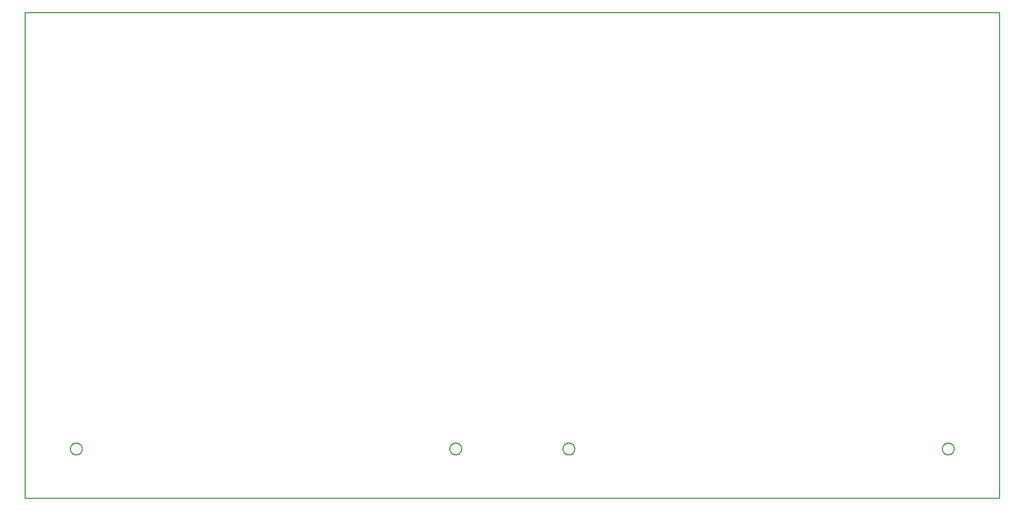
<source format=gbr>
G04 EAGLE Gerber RS-274X export*
G75*
%MOMM*%
%FSLAX34Y34*%
%LPD*%
%IN*%
%IPPOS*%
%AMOC8*
5,1,8,0,0,1.08239X$1,22.5*%
G01*
%ADD10C,0.254000*%


D10*
X0Y0D02*
X2311200Y0D01*
X2311200Y1152400D01*
X0Y1152400D01*
X0Y0D01*
X1021000Y103378D02*
X1020005Y103449D01*
X1019017Y103591D01*
X1018042Y103803D01*
X1017084Y104084D01*
X1016150Y104433D01*
X1015242Y104848D01*
X1014366Y105326D01*
X1013527Y105865D01*
X1012728Y106463D01*
X1011974Y107117D01*
X1011268Y107823D01*
X1010614Y108577D01*
X1010016Y109376D01*
X1009477Y110215D01*
X1008999Y111091D01*
X1008584Y111999D01*
X1008235Y112933D01*
X1007954Y113891D01*
X1007742Y114866D01*
X1007600Y115854D01*
X1007529Y116849D01*
X1007529Y117847D01*
X1007600Y118842D01*
X1007742Y119830D01*
X1007954Y120805D01*
X1008235Y121763D01*
X1008584Y122698D01*
X1008999Y123605D01*
X1009477Y124481D01*
X1010016Y125321D01*
X1010614Y126119D01*
X1011268Y126873D01*
X1011974Y127579D01*
X1012728Y128233D01*
X1013527Y128831D01*
X1014366Y129370D01*
X1015242Y129848D01*
X1016150Y130263D01*
X1017084Y130612D01*
X1018042Y130893D01*
X1019017Y131105D01*
X1020005Y131247D01*
X1021000Y131318D01*
X1021998Y131318D01*
X1022993Y131247D01*
X1023981Y131105D01*
X1024956Y130893D01*
X1025914Y130612D01*
X1026849Y130263D01*
X1027756Y129848D01*
X1028632Y129370D01*
X1029472Y128831D01*
X1030270Y128233D01*
X1031024Y127579D01*
X1031730Y126873D01*
X1032384Y126119D01*
X1032982Y125321D01*
X1033521Y124481D01*
X1033999Y123605D01*
X1034414Y122698D01*
X1034763Y121763D01*
X1035044Y120805D01*
X1035256Y119830D01*
X1035398Y118842D01*
X1035469Y117847D01*
X1035469Y116849D01*
X1035398Y115854D01*
X1035256Y114866D01*
X1035044Y113891D01*
X1034763Y112933D01*
X1034414Y111999D01*
X1033999Y111091D01*
X1033521Y110215D01*
X1032982Y109376D01*
X1032384Y108577D01*
X1031730Y107823D01*
X1031024Y107117D01*
X1030270Y106463D01*
X1029472Y105865D01*
X1028632Y105326D01*
X1027756Y104848D01*
X1026849Y104433D01*
X1025914Y104084D01*
X1024956Y103803D01*
X1023981Y103591D01*
X1022993Y103449D01*
X1021998Y103378D01*
X1021000Y103378D01*
X121002Y103378D02*
X120007Y103449D01*
X119019Y103591D01*
X118044Y103803D01*
X117086Y104084D01*
X116152Y104433D01*
X115244Y104848D01*
X114368Y105326D01*
X113529Y105865D01*
X112730Y106463D01*
X111976Y107117D01*
X111270Y107823D01*
X110616Y108577D01*
X110018Y109376D01*
X109479Y110215D01*
X109001Y111091D01*
X108586Y111999D01*
X108237Y112933D01*
X107956Y113891D01*
X107744Y114866D01*
X107602Y115854D01*
X107531Y116849D01*
X107531Y117847D01*
X107602Y118842D01*
X107744Y119830D01*
X107956Y120805D01*
X108237Y121763D01*
X108586Y122698D01*
X109001Y123605D01*
X109479Y124481D01*
X110018Y125321D01*
X110616Y126119D01*
X111270Y126873D01*
X111976Y127579D01*
X112730Y128233D01*
X113529Y128831D01*
X114368Y129370D01*
X115244Y129848D01*
X116152Y130263D01*
X117086Y130612D01*
X118044Y130893D01*
X119019Y131105D01*
X120007Y131247D01*
X121002Y131318D01*
X122000Y131318D01*
X122995Y131247D01*
X123983Y131105D01*
X124958Y130893D01*
X125916Y130612D01*
X126851Y130263D01*
X127758Y129848D01*
X128634Y129370D01*
X129474Y128831D01*
X130272Y128233D01*
X131026Y127579D01*
X131732Y126873D01*
X132386Y126119D01*
X132984Y125321D01*
X133523Y124481D01*
X134001Y123605D01*
X134416Y122698D01*
X134765Y121763D01*
X135046Y120805D01*
X135258Y119830D01*
X135400Y118842D01*
X135471Y117847D01*
X135471Y116849D01*
X135400Y115854D01*
X135258Y114866D01*
X135046Y113891D01*
X134765Y112933D01*
X134416Y111999D01*
X134001Y111091D01*
X133523Y110215D01*
X132984Y109376D01*
X132386Y108577D01*
X131732Y107823D01*
X131026Y107117D01*
X130272Y106463D01*
X129474Y105865D01*
X128634Y105326D01*
X127758Y104848D01*
X126851Y104433D01*
X125916Y104084D01*
X124958Y103803D01*
X123983Y103591D01*
X122995Y103449D01*
X122000Y103378D01*
X121002Y103378D01*
X2189400Y103378D02*
X2188405Y103449D01*
X2187417Y103591D01*
X2186442Y103803D01*
X2185484Y104084D01*
X2184550Y104433D01*
X2183642Y104848D01*
X2182766Y105326D01*
X2181927Y105865D01*
X2181128Y106463D01*
X2180374Y107117D01*
X2179668Y107823D01*
X2179014Y108577D01*
X2178416Y109376D01*
X2177877Y110215D01*
X2177399Y111091D01*
X2176984Y111999D01*
X2176635Y112933D01*
X2176354Y113891D01*
X2176142Y114866D01*
X2176000Y115854D01*
X2175929Y116849D01*
X2175929Y117847D01*
X2176000Y118842D01*
X2176142Y119830D01*
X2176354Y120805D01*
X2176635Y121763D01*
X2176984Y122698D01*
X2177399Y123605D01*
X2177877Y124481D01*
X2178416Y125321D01*
X2179014Y126119D01*
X2179668Y126873D01*
X2180374Y127579D01*
X2181128Y128233D01*
X2181927Y128831D01*
X2182766Y129370D01*
X2183642Y129848D01*
X2184550Y130263D01*
X2185484Y130612D01*
X2186442Y130893D01*
X2187417Y131105D01*
X2188405Y131247D01*
X2189400Y131318D01*
X2190398Y131318D01*
X2191393Y131247D01*
X2192381Y131105D01*
X2193356Y130893D01*
X2194314Y130612D01*
X2195249Y130263D01*
X2196156Y129848D01*
X2197032Y129370D01*
X2197872Y128831D01*
X2198670Y128233D01*
X2199424Y127579D01*
X2200130Y126873D01*
X2200784Y126119D01*
X2201382Y125321D01*
X2201921Y124481D01*
X2202399Y123605D01*
X2202814Y122698D01*
X2203163Y121763D01*
X2203444Y120805D01*
X2203656Y119830D01*
X2203798Y118842D01*
X2203869Y117847D01*
X2203869Y116849D01*
X2203798Y115854D01*
X2203656Y114866D01*
X2203444Y113891D01*
X2203163Y112933D01*
X2202814Y111999D01*
X2202399Y111091D01*
X2201921Y110215D01*
X2201382Y109376D01*
X2200784Y108577D01*
X2200130Y107823D01*
X2199424Y107117D01*
X2198670Y106463D01*
X2197872Y105865D01*
X2197032Y105326D01*
X2196156Y104848D01*
X2195249Y104433D01*
X2194314Y104084D01*
X2193356Y103803D01*
X2192381Y103591D01*
X2191393Y103449D01*
X2190398Y103378D01*
X2189400Y103378D01*
X1289402Y103378D02*
X1288407Y103449D01*
X1287419Y103591D01*
X1286444Y103803D01*
X1285486Y104084D01*
X1284552Y104433D01*
X1283644Y104848D01*
X1282768Y105326D01*
X1281929Y105865D01*
X1281130Y106463D01*
X1280376Y107117D01*
X1279670Y107823D01*
X1279016Y108577D01*
X1278418Y109376D01*
X1277879Y110215D01*
X1277401Y111091D01*
X1276986Y111999D01*
X1276637Y112933D01*
X1276356Y113891D01*
X1276144Y114866D01*
X1276002Y115854D01*
X1275931Y116849D01*
X1275931Y117847D01*
X1276002Y118842D01*
X1276144Y119830D01*
X1276356Y120805D01*
X1276637Y121763D01*
X1276986Y122698D01*
X1277401Y123605D01*
X1277879Y124481D01*
X1278418Y125321D01*
X1279016Y126119D01*
X1279670Y126873D01*
X1280376Y127579D01*
X1281130Y128233D01*
X1281929Y128831D01*
X1282768Y129370D01*
X1283644Y129848D01*
X1284552Y130263D01*
X1285486Y130612D01*
X1286444Y130893D01*
X1287419Y131105D01*
X1288407Y131247D01*
X1289402Y131318D01*
X1290400Y131318D01*
X1291395Y131247D01*
X1292383Y131105D01*
X1293358Y130893D01*
X1294316Y130612D01*
X1295251Y130263D01*
X1296158Y129848D01*
X1297034Y129370D01*
X1297874Y128831D01*
X1298672Y128233D01*
X1299426Y127579D01*
X1300132Y126873D01*
X1300786Y126119D01*
X1301384Y125321D01*
X1301923Y124481D01*
X1302401Y123605D01*
X1302816Y122698D01*
X1303165Y121763D01*
X1303446Y120805D01*
X1303658Y119830D01*
X1303800Y118842D01*
X1303871Y117847D01*
X1303871Y116849D01*
X1303800Y115854D01*
X1303658Y114866D01*
X1303446Y113891D01*
X1303165Y112933D01*
X1302816Y111999D01*
X1302401Y111091D01*
X1301923Y110215D01*
X1301384Y109376D01*
X1300786Y108577D01*
X1300132Y107823D01*
X1299426Y107117D01*
X1298672Y106463D01*
X1297874Y105865D01*
X1297034Y105326D01*
X1296158Y104848D01*
X1295251Y104433D01*
X1294316Y104084D01*
X1293358Y103803D01*
X1292383Y103591D01*
X1291395Y103449D01*
X1290400Y103378D01*
X1289402Y103378D01*
M02*

</source>
